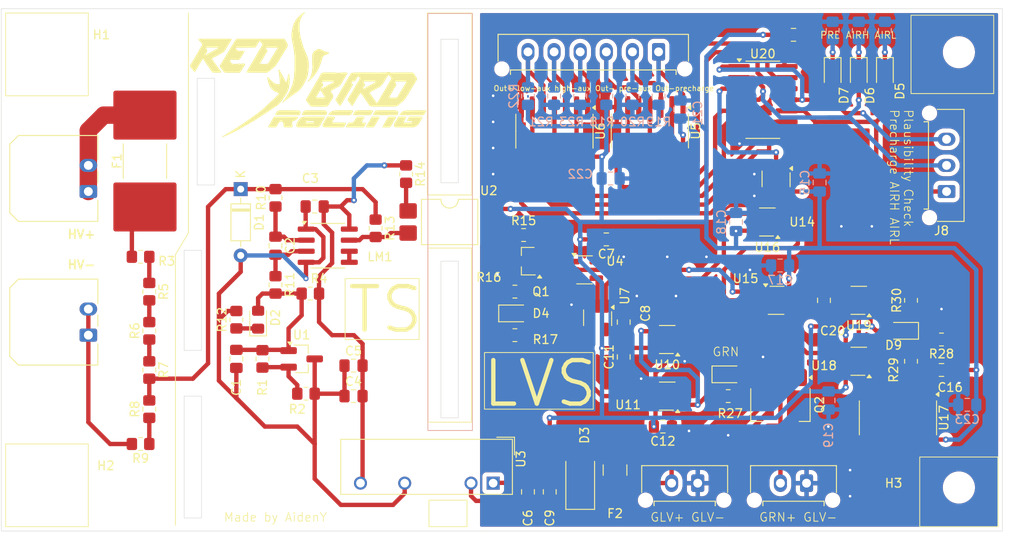
<source format=kicad_pcb>
(kicad_pcb (version 20241229) (generator "pcbnew") (generator_version "9.0")
  (layers (0 "F.Cu" signal) (2 "B.Cu" signal) (13 "F.Paste" user) (15 "B.Paste" user) (5 "F.SilkS" user "F.Silkscreen") (7 "B.SilkS" user "B.Silkscreen") (1 "F.Mask" user) (3 "B.Mask" user) (25 "Edge.Cuts" user))
  (net 0 "")
  (net 1 "+12V")
  (net 2 "/Vref")
  (net 3 "Net-(LM1-+)")
  (net 4 "Net-(LM1--)")
  (net 5 "Net-(R5-Pad2)")
  (net 6 "/Vin")
  (net 7 "GND")
  (net 8 "Net-(R6-Pad1)")
  (net 9 "Net-(R8-Pad1)")
  (net 10 "VCC")
  (net 11 "GLV-")
  (net 12 "GLV+")
  (net 13 "Net-(F1-Pad1)")
  (net 14 "Out +")
  (net 15 "Out Precharge")
  (net 16 "Out -")
  (net 17 "/GRN+")
  (net 18 "Net-(LM1-BAL)")
  (net 19 "Net-(LM1-Pad7)")
  (net 20 "Net-(Q1-G)")
  (net 21 "Net-(D2-K)")
  (net 22 "Net-(D5-K)")
  (net 23 "Net-(R3-Pad2)")
  (net 24 "TS RESET")
  (net 25 "AIRL Check")
  (net 26 "Net-(D6-K)")
  (net 27 "AIRH Check")
  (net 28 "Net-(J1-Pin_1)")
  (net 29 "/-HV")
  (net 30 "Net-(C16-Pad2)")
  (net 31 "Net-(D7-K)")
  (net 32 "Net-(D8-K)")
  (net 33 "Precharge Check")
  (net 34 "Net-(D9-K)")
  (net 35 "Net-(D4-K)")
  (net 36 "Net-(D8-A)")
  (net 37 "RESET")
  (net 38 "Net-(U1-REF)")
  (net 39 "Net-(R14-Pad2)")
  (net 40 "TS LOGIC")
  (net 41 "RELAY LOGIC")
  (net 42 "high aux")
  (net 43 "pre aux")
  (net 44 "low aux")
  (net 45 "RELAY RESET")
  (net 46 "Net-(U17-Pad4)")
  (net 47 "Net-(U17-Pad2)")
  (net 48 "Net-(U11-Pad2)")
  (net 49 "Net-(U10-Pad2)")
  (net 50 "Net-(U15-Pad4)")
  (net 51 "Net-(U18-Pad2)")
  (net 52 "Net-(D3-A)")
  (net 53 "Net-(U5-Pad11)")
  (net 54 "Net-(U5-Pad13)")
  (net 55 "Net-(U6-Pad13)")
  (net 56 "Net-(U6-Pad11)")
  (net 57 "Net-(U5-Pad6)")
  (net 58 "Net-(U6-Pad6)")
  (net 59 "Net-(J3-Pin_4)")
  (net 60 "Net-(J3-Pin_3)")
  (net 61 "Net-(J3-Pin_1)")
  (net 62 "Net-(J3-Pin_2)")
  (net 63 "Net-(J3-Pin_5)")
  (net 64 "Net-(J3-Pin_6)")
  (net 65 "Net-(U14-Pad2)")
  (footprint "Package_TO_SOT_SMD:SOT-23-5_HandSoldering" (layer "F.Cu") (at 155 93.5 180)
    (property "Reference" "U18")
    (property "Value" "BU4S01G2")
  )
  (footprint "Package_TO_SOT_SMD:SOT-223-3_TabPin2" (layer "F.Cu") (at 146 98.5 -90)
    (property "Reference" "Q2")
    (property "Value" "NCE60P04R")
  )
  (footprint "Capacitor_SMD:C_0805_2012Metric_Pad1.18x1.45mm_HandSolder" (layer "F.Cu") (at 83.5 93.225 -90)
    (property "Reference" "C1")
    (property "Value" "0.1uF")
  )
  (footprint "LED_SMD:LED_0805_2012Metric_Pad1.15x1.40mm_HandSolder" (layer "F.Cu") (at 155 60.475 -90)
    (property "Reference" "D6")
    (property "Value" "LED")
  )
  (footprint "Resistor_SMD:R_0805_2012Metric_Pad1.20x1.40mm_HandSolder" (layer "F.Cu") (at 161 86.5 90)
    (property "Reference" "R30")
    (property "Value" "1k")
  )
  (footprint "Resistor_SMD:R_0805_2012Metric_Pad1.20x1.40mm_HandSolder" (layer "F.Cu") (at 73.5 90 90)
    (property "Reference" "R6")
    (property "Value" "249k")
  )
  (footprint "Capacitor_SMD:C_0805_2012Metric_Pad1.18x1.45mm_HandSolder" (layer "F.Cu") (at 164.5 94.5 180)
    (property "Reference" "C16")
    (property "Value" "0.1uF")
  )
  (footprint "Resistor_SMD:R_0805_2012Metric_Pad1.20x1.40mm_HandSolder" (layer "F.Cu") (at 161 93.5 90)
    (property "Reference" "R29")
    (property "Value" "100k")
  )
  (footprint "Package_TO_SOT_SMD:SOT-23-5_HandSoldering" (layer "F.Cu") (at 145.5 72.5475 -90)
    (property "Reference" "U14")
    (property "Value" "BUS4S71G2")
  )
  (footprint "Capacitor_SMD:C_0805_2012Metric_Pad1.18x1.45mm_HandSolder" (layer "F.Cu") (at 132.5 101 180)
    (property "Reference" "C12")
    (property "Value" "0.1uF")
  )
  (footprint "Resistor_SMD:R_0805_2012Metric_Pad1.20x1.40mm_HandSolder" (layer "F.Cu") (at 92 85.725)
    (property "Reference" "R4")
    (property "Value" "2k2")
  )
  (footprint "Capacitor_SMD:C_0805_2012Metric_Pad1.18x1.45mm_HandSolder" (layer "F.Cu") (at 128 93 90)
    (property "Reference" "C11")
    (property "Value" "0.1uF")
  )
  (footprint "Package_TO_SOT_SMD:SOT-23-5_HandSoldering" (layer "F.Cu") (at 133 91 180)
    (property "Reference" "U10")
    (property "Value" "BU4S01G2")
  )
  (footprint "LED_SMD:LED_0805_2012Metric_Pad1.15x1.40mm_HandSolder" (layer "F.Cu") (at 158 60.475 -90)
    (property "Reference" "D5")
    (property "Value" "LED")
  )
  (footprint "Resistor_SMD:R_0805_2012Metric_Pad1.20x1.40mm_HandSolder" (layer "F.Cu") (at 88 74.725 90)
    (property "Reference" "R10")
    (property "Value" "100")
  )
  (footprint "to be sorted:SOIC-14_3.9x8.7mm_P1.27mm_extendedpad" (layer "F.Cu") (at 131 67.0425 -90)
    (property "Reference" "U5")
    (property "Value" "40106")
  )
  (footprint "Capacitor_SMD:C_0805_2012Metric_Pad1.18x1.45mm_HandSolder" (layer "F.Cu") (at 96.9625 97.5)
    (property "Reference" "C4")
    (property "Value" "1uF")
  )
  (footprint "Resistor_SMD:R_0805_2012Metric_Pad1.20x1.40mm_HandSolder" (layer "F.Cu") (at 88 84.725 -90)
    (property "Reference" "R11")
    (property "Value" "100")
  )
  (footprint "Resistor_SMD:R_0805_2012Metric_Pad1.20x1.40mm_HandSolder" (layer "F.Cu") (at 86.5 93.225 -90)
    (property "Reference" "R1")
    (property "Value" "2k")
  )
  (footprint "LED_SMD:LED_0805_2012Metric_Pad1.15x1.40mm_HandSolder" (layer "F.Cu") (at 115.5 88)
    (property "Reference" "D4")
    (property "Value" "LED")
  )
  (footprint "Capacitor_SMD:C_0805_2012Metric_Pad1.18x1.45mm_HandSolder" (layer "F.Cu") (at 147.5 56 180)
    (property "Reference" "C24" (hide yes))
    (property "Value" "0.1uF")
  )
  (footprint "Connector_Molex:Molex_Micro-Fit_3.0_43650-0315_1x03_P3.00mm_Vertical" (layer "F.Cu") (at 165.085 74 90)
    (property "Reference" "J8")
    (property "Value" "Conn_01x03")
  )
  (footprint "Resistor_SMD:R_0805_2012Metric_Pad1.20x1.40mm_HandSolder" (layer "F.Cu") (at 99.5 78.225 -90)
    (property "Reference" "R13")
    (property "Value" "1M")
  )
  (footprint "Diode_THT:D_DO-35_SOD27_P7.62mm_Horizontal" (layer "F.Cu") (at 84 73.725 -90)
    (property "Reference" "D1")
    (property "Value" "12V")
  )
  (footprint "Capacitor_SMD:C_0805_2012Metric_Pad1.18x1.45mm_HandSolder" (layer "F.Cu") (at 88 80.225 -90)
    (property "Reference" "C2")
    (property "Value" "10n")
  )
  (footprint "Capacitor_SMD:C_0805_2012Metric_Pad1.18x1.45mm_HandSolder" (layer "F.Cu") (at 151 86.5 -90)
    (property "Reference" "C20")
    (property "Value" "0.1uF")
  )
  (footprint "MountingHole:MountingHole_3.2mm_M3" (layer "F.Cu") (at 166.5 108)
    (property "Reference" "H3")
    (property "Value" "MountingHole")
  )
  (footprint "Connector_Molex:Molex_Micro-Fit_3.0_43650-0215_1x02_P3.00mm_Vertical" (layer "F.Cu") (at 136.5 107.5 180)
    (property "Reference" "J7" (hide yes))
    (property "Value" "Conn_01x02_Pin")
  )
  (footprint "Resistor_SMD:R_0805_2012Metric_Pad1.20x1.40mm_HandSolder" (layer "F.Cu") (at 91.5 97.225)
    (property "Reference" "R2")
    (property "Value" "10k")
  )
  (footprint "Package_DIP:SMDIP-4_W9.53mm" (layer "F.Cu") (at 108 77.5)
    (property "Reference" "U2")
    (property "Value" "LTV-817S")
  )
  (footprint "Package_TO_SOT_SMD:SOT-23-5_HandSoldering" (layer "F.Cu") (at 145.5 86.5)
    (property "Reference" "U15")
    (property "Value" "BUS4S71G2")
  )
  (footprint "Package_TO_SOT_SMD:SOT-23-5_HandSoldering" (layer "F.Cu") (at 125 88.5 -90)
    (property "Reference" "U7")
    (property "Value" "BU4S81G2")
  )
  (footprint "LED_SMD:LED_0805_2012Metric_Pad1.15x1.40mm_HandSolder" (layer "F.Cu") (at 152 60.475 -90)
    (property "Reference" "D7")
    (property "Value" "LED")
  )
  (footprint "Resistor_SMD:R_0805_2012Metric_Pad1.20x1.40mm_HandSolder" (layer "F.Cu") (at 115.5 90.5)
    (property "Reference" "R17")
    (property "Value" "1k")
  )
  (footprint "Resistor_SMD:R_0805_2012Metric_Pad1.20x1.40mm_HandSolder" (layer "F.Cu") (at 140 97.5)
    (property "Reference" "R27")
    (property "Value" "1k")
  )
  (footprint "Fuse:Fuse_Littelfuse-NANO2-885" (layer "F.Cu") (at 73 70.5 90)
    (property "Reference" "F1")
    (property "Value" "Fuse")
  )
  (footprint "to be sorted:SOIC-14_3.9x8.7mm_P1.27mm_extendedpad" (layer "F.Cu") (at 120.04 67.0675 -90)
    (property "Reference" "U6")
    (property "Value" "40106")
  )
  (footprint "Resistor_SMD:R_0805_2012Metric_Pad1.20x1.40mm_HandSolder" (layer "F.Cu") (at 164.5 91 180)
    (property "Reference" "R28")
    (property "Value" "10k")
  )
  (footprint "LED_SMD:LED_0805_2012Metric_Pad1.15x1.40mm_HandSolder" (layer "F.Cu") (at 160 90 180)
    (property "Reference" "D9")
    (property "Value" "LED")
  )
  (footprint "MountingHole:MountingHole_3.2mm_M3" (layer "F.Cu") (at 166.5 58)
    (property "Reference" "H4" (hide yes))
    (property "Value" "MountingHole")
  )
  (footprint "Capacitor_SMD:C_0805_2012Metric_Pad1.18x1.45mm_HandSolder" (layer "F.Cu") (at 117 108.5 90)
    (property "Reference" "C6")
    (property "Value" "2.2uF")
  )
  (footprint "Capacitor_SMD:C_0805_2012Metric_Pad1.18x1.45mm_HandSolder" (layer "F.Cu") (at 128 89 -90)
    (property "Reference" "C8")
    (property "Value" "0.1uF")
  )
  (footprint "Connector_Molex:Molex_Micro-Fit_3.0_43650-0200_1x02_P3.00mm_Horizontal" (layer "F.Cu") (at 66.5 90.5 90)
    (property "Reference" "J2" (hide yes))
    (property "Value" "Conn_01x02_Pin")
  )
  (footprint "Package_TO_SOT_SMD:SOT-23-5_HandSoldering" (layer "F.Cu") (at 155 86.5 180)
    (property "Reference" "U19")
    (property "Value" "BU4S01G2")
  )
  (footprint "Resistor_SMD:R_0805_2012Metric_Pad1.20x1.40mm_HandSolder" (layer "F.Cu") (at 73.5 94.5 -90)
    (property "Reference" "R7")
    (property "Value" "249k")
  )
  (footprint "to be sorted:SOIC-14_3.9x8.7mm_P1.27mm_extendedpad" (layer "F.Cu") (at 159.5 100 -90)
    (property "Reference" "U17")
    (property "Value" "40106")
  )
  (footprint "Connector_Molex:Molex_Micro-Fit_3.0_43650-0215_1x02_P3.00mm_Vertical" (layer "F.Cu") (at 149 107.5 180)
    (property "Reference" "J6" (hide yes))
    (property "Value" "Conn_01x02_Pin")
  )
  (footprint "footprints:Converter_DCDC_F1212" (layer "F.Cu") (at 113 107.5 -90)
    (property "Reference" "U3")
    (property "Value" "B1212")
  )
  (footprint "MountingHole:MountingHole_3.2mm_M3" (layer "F.Cu") (at 61.5 58)
    (property "Reference" "H1")
    (property "Value" "MountingHole")
  )
  (footprint "Fuse:Fuse_1210_3225Metric_Pad1.42x2.65mm_HandSolder" (layer "F.Cu") (at 127 106 90)
    (property "Reference" "F2")
    (property "Value" "Fuse")
  )
  (footprint "Resistor_SMD:R_0805_2012Metric_Pad1.20x1.40mm_HandSolder" (layer "F.Cu") (at 73.5 85.5 -90)
    (property "Reference" "R5")
    (property "Value" "249k")
  )
  (footprint "Resistor_SMD:R_0805_2012Metric_Pad1.20x1.40mm_HandSolder" (layer "F.Cu") (at 103 72 -90)
    (property "Reference" "R14")
    (property "Value" "2k2")
  )
  (footprint "Resistor_SMD:R_0805_2012Metric_Pad1.20x1.40mm_HandSolder" (layer "F.Cu") (at 72.5 103 180)
    (property "Reference" "R9")
    (property "Value" "1k")
  )
  (footprint "Resistor_SMD:R_0805_2012Metric_Pad1.20x1.40mm_HandSolder" (layer "F.Cu") (at 83.5 88.725 90)
    (property "Reference" "R12")
    (property "Value" "1k")
  )
  (footprint "Package_TO_SOT_SMD:SOT-23-5_HandSoldering" (layer "F.Cu") (at 123.5 83)
    (property "Reference" "U4")
    (property "Value" "BU4SU69G2")
  )
  (footprint "Capacitor_SMD:C_0805_2012Metric_Pad1.18x1.45mm_HandSolder" (layer "F.Cu") (at 96.9625 94)
    (property "Reference" "C5")
    (property "Value" "0.1uF")
  )
  (footprint "Package_TO_SOT_SMD:SOT-23-5_HandSoldering" (layer "F.Cu") (at 144.5 77.5 180)
    (property "Reference" "U16")
    (property "Value" "BU4SU69G2" (hide yes))
  )
  (footprint "Resistor_SMD:R_0805_2012Metric_Pad1.20x1.40mm_HandSolder" (layer "F.Cu") (at 72.5 81.5)
    (property "Reference" "R3")
    (property "Value" "249k")
  )
  (footprint "Resistor_SMD:R_0805_2012Metric_Pad1.20x1.40mm_HandSolder" (layer "F.Cu") (at 116.5 79)
    (property "Reference" "R15")
    (property "Value" "10k")
  )
  (footprint "Package_TO_SOT_SMD:SOT-23-5_HandSoldering" (layer "F.Cu") (at 133 97.5 180)
    (property "Reference" "U11")
    (property "Value" "BU4S01G2")
  )
  (footprint "Capacitor_SMD:C_0805_2012Metric_Pad1.18x1.45mm_HandSolder" (layer "F.Cu") (at 119.5 108.5 90)
    (property "Reference" "C9")
    (property "Value" "100nF")
  )
  (footprint "Material:29x15" (layer "F.Cu") (at 92 60.5)
    (property "Reference" "G***" (hide yes))
    (property "Value" "LOGO" (hide yes))
  )
  (footprint "LED_SMD:LED_0805_2012Metric_Pad1.15x1.40mm_HandSolder" (layer "F.Cu") (at 86 88.725 90)
    (property "Reference" "D2")
    (property "Value" "LED")
  )
  (footprint "Connector_Molex:Molex_Micro-Fit_3.0_43650-0615_1x06_P3.00mm_Vertical" (layer "F.Cu") (at 132 57.9575 180)
    (property "Reference" "J3" (hide yes))
    (property "Value" "Conn_01x06_Pin")
  )
  (footprint "Diode_SMD:D_SMA" (layer "F.Cu") (at 123 107 90)
    (property "Reference" "D3")
    (property "Value" "D")
  )
  (footprint "Package_TO_SOT_SMD:SOT-23_Handsoldering" (layer "F.Cu") (at 91 93.225)
    (property "Reference" "U1")
    (property "Value" "TL431DBZ")
  )
  (footprint "LED_SMD:LED_0805_2012Metric_Pad1.15x1.40mm_HandSolder" (layer "F.Cu") (at 140 95)
    (property "Reference" "D8" (hide yes))
    (property "Value" "LED")
  )
  (footprint "Package_SO:SOIC-8_3.9x4.9mm_P1.27mm" (layer "F.Cu") (at 94 80.225)
    (property "Reference" "LM1")
    (property "Value" "LM311")
  )
  (footprint "MountingHole:MountingHole_3.2mm_M3" (layer "F.Cu") (at 61.5 108)
    (property "Reference" "H2")
    (property "Value" "MountingHole")
  )
  (footprint "Capacitor_SMD:C_0805_2012Metric_Pad1.18x1.45mm_HandSolder" (layer "F.Cu") (at 126 79.5 180)
    (property "Reference" "C7")
    (property "Value" "0.1uF")
  )
  (footprint "Package_TO_SOT_SMD:SOT-23_Handsoldering" (layer "F.Cu") (at 117 82 180)
    (property "Reference" "Q1")
    (property "Value" "2N7002")
  )
  (footprint "Capacitor_SMD:C_0805_2012Metric_Pad1.18x1.45mm_HandSolder" (layer "F.Cu") (at 92.5 75.725 180)
    (property "Reference" "C3")
    (property "Value" "100n")
  )
  (footprint "Resistor_SMD:R_0805_2012Metric_Pad1.20x1.40mm_HandSolder" (layer "F.Cu") (at 73.5 99 90)
    (property "Reference" "R8")
    (property "Value" "25k")
  )
  (footprint "to be sorted:SOIC-14_3.9x8.7mm_P1.27mm_extendedpad" (layer "F.Cu") (at 143.975 63.46)
    (property "Reference" "U20")
    (property "Value" "4071")
  )
  (footprint "Resistor_SMD:R_0805_2012Metric_Pad1.20x1.40mm_HandSolder" (layer "F.Cu") (at 115.5 85.5)
    (property "Reference" "R16")
    (property "Value" "22k")
  )
  (footprint "Connector_Molex:Molex_Micro-Fit_3.0_43650-0200_1x02_P3.00mm_Horizontal" (layer "F.Cu") (at 66.5 74 90)
    (property "Reference" "J1" (hide yes))
    (property "Value" "Conn_01x02_Pin")
  )
  (footprint "Resistor_SMD:R_0805_2012Metric_Pad1.20x1.40mm_HandSolder" (layer "B.Cu") (at 117 63.0425 -90)
    (property "Reference" "R22")
    (property "Value" "10k")
  )
  (footprint "Capacitor_SMD:C_0805_2012Metric_Pad1.18x1.45mm_HandSolder" (layer "B.Cu") (at 167.4625 98.5)
    (property "Reference" "C23")
    (property "Value" "0.1uF")
  )
  (footprint "Resistor_SMD:R_0805_2012Metric_Pad1.20x1.40mm_HandSolder" (layer "B.Cu") (at 158 55.5 90)
    (property "Reference" "R25" (hide yes))
    (property "Value" "1k")
  )
  (footprint "Resistor_SMD:R_0805_2012Metric_Pad1.20x1.40mm_HandSolder" (layer "B.Cu") (at 132 63.0425 -90)
    (property "Reference" "R19")
    (property "Value" "10k")
  )
  (footprint "Capacitor_SMD:C_0805_2012Metric_Pad1.18x1.45mm_HandSolder" (layer "B.Cu") (at 134.5 64.5825 -90)
    (property "Reference" "C21")
    (property "Value" "0.1uF")
  )
  (footprint "Capacitor_SMD:C_0805_2012Metric_Pad1.18x1.45mm_HandSolder" (layer "B.Cu") (at 126.5 72.5 180)
    (property "Reference" "C22")
    (property "Value" "0.1uF")
  )
  (footprint "Resistor_SMD:R_0805_2012Metric_Pad1.20x1.40mm_HandSolder" (layer "B.Cu") (at 123 63.0425 -90)
    (property "Reference" "R23")
    (property "Value" "10k")
  )
  (footprint "Capacitor_SMD:C_0805_2012Metric_Pad1.18x1.45mm_HandSolder" (layer "B.Cu") (at 150.5 72.9625 -90)
    (property "Reference" "C15")
    (property "Value" "0.1uF")
  )
  (footprint "Capacitor_SMD:C_0805_2012Metric_Pad1.18x1.45mm_HandSolder" (layer "B.Cu") (at 151.52325 98 90)
    (property "Reference" "C19")
    (property "Value" "0.1uF")
  )
  (footprint "Capacitor_SMD:C_0805_2012Metric_Pad1.18x1.45mm_HandSolder" (layer "B.Cu") (at 140.9 77.5 -90)
    (property "Reference" "C18")
    (property "Value" "0.1uF")
  )
  (footprint "Resistor_SMD:R_0805_2012Metric_Pad1.20x1.40mm_HandSolder" (layer "B.Cu") (at 152 55.5 90)
    (property "Reference" "R26" (hide yes))
    (property "Value" "1k")
  )
  (footprint "Resistor_SMD:R_0805_2012Metric_Pad1.20x1.40mm_HandSolder" (layer "B.Cu") (at 129 63.0425 -90)
    (property "Reference" "R20")
    (property "Value" "10k")
  )
  (footprint "Capacitor_SMD:C_0805_2012Metric_Pad1.18x1.45mm_HandSolder" (layer "B.Cu") (at 145.9625 82.5)
    (property "Reference" "C17")
    (property "Value" "0.1uF")
  )
  (footprint "Resistor_SMD:R_0805_2012Metric_Pad1.20x1.40mm_HandSolder" (layer "B.Cu") (at 155 55.5 90)
    (property "Reference" "R24" (hide yes))
    (property "Value" "1k")
  )
  (footprint "Resistor_SMD:R_0805_2012Metric_Pad1.20x1.40mm_HandSolder" (layer "B.Cu") (at 126 63.0425 -90)
    (property "Reference" "R18")
    (property "Value" "10k")
  )
  (footprint "Resistor_SMD:R_0805_2012Metric_Pad1.20x1.40mm_HandSolder" (layer "B.Cu") (at 120 63.0425 -90)
    (property "Reference" "R21")
    (property "Value" "10k")
  )
  (gr_rect (start 162 104.5) (end 171 112.5) (stroke (width 0.1)) (fill no) (layer "F.SilkS"))
  (gr_rect (start 161 53.75) (end 170.5 62.75) (stroke (width 0.1)) (fill no) (layer "F.SilkS"))
  (gr_rect (start 105.44125 53.5) (end 110.55875 74.4) (stroke (width 0.1)) (fill no) (layer "F.SilkS"))
  (gr_line (start 76.5 81.25) (end 76.5 112.333333) (stroke (width 0.1)) (layer "F.SilkS"))
  (gr_line (start 78 53.5) (end 78 78.75) (stroke (width 0.1)) (layer "F.SilkS"))
  (gr_line (start 78 78.75) (end 76.5 81.25) (stroke (width 0.1)) (layer "F.SilkS"))
  (gr_rect (start 105.5 80.5) (end 110.5 100.5) (stroke (width 0.1)) (fill no) (layer "F.SilkS"))
  (gr_rect (start 105.625 109.46) (end 110 112.5) (stroke (width 0.1)) (fill no) (layer "F.SilkS"))
  (gr_rect (start 112 92.5) (end 124.5 99) (stroke (width 0.1)) (fill no) (layer "F.SilkS"))
  (gr_rect (start 57 53.5) (end 66.5 63) (stroke (width 0.1)) (fill no) (layer "F.SilkS"))
  (gr_rect (start 57 103) (end 66.5 112.5) (stroke (width 0.1)) (fill no) (layer "F.SilkS"))
  (gr_rect (start 96 84) (end 104.5 91) (stroke (width 0.1)) (fill no) (layer "F.SilkS"))
  (gr_rect (start 105.5 53.55) (end 110.6175 101.45) (stroke (width 0.1)) (fill no) (layer "B.SilkS"))
  (gr_rect (start 107 56.5) (end 109 73) (stroke (width 0.05)) (fill no) (layer "Edge.Cuts"))
  (gr_rect (start 77.5 80.75) (end 79.5 92.25) (stroke (width 0.05)) (fill no) (layer "Edge.Cuts"))
  (gr_rect (start 77.5 97.5) (end 79.5 111.5) (stroke (width 0.05)) (fill no) (layer "Edge.Cuts"))
  (gr_rect (start 107 82) (end 109 100) (stroke (width 0.05)) (fill no) (layer "Edge.Cuts"))
  (gr_rect (start 79 61) (end 81 73.25) (stroke (width 0.05)) (fill no) (layer "Edge.Cuts"))
  (gr_rect (start 56.5 53) (end 171.5 113) (stroke (width 0.05)) (fill no) (layer "Edge.Cuts"))
  (gr_text "Made by AidenY" (at 82 112 0) (layer "F.SilkS") (effects (font (size 1 1) (thickness 0.1)) (justify left bottom)))
  (gr_text "Out+ low-aux high-aux Out- pre-aux Out-precharge" (at 113 62.5 0) (layer "F.SilkS") (effects (font (size 0.6 0.6) (thickness 0.1)) (justify left bottom)))
  (gr_text "TS" (at 96 90.5 0) (layer "F.SilkS") (effects (font (size 5 5) (thickness 0.5)) (justify left bottom)))
  (gr_text "HV+" (at 64 79.5 0) (layer "F.SilkS") (effects (font (size 1 1) (thickness 0.2) (bold yes)) (justify left bottom)))
  (gr_text "GLV+ GLV-" (at 131 112 0) (layer "F.SilkS") (effects (font (size 1 1) (thickness 0.1)) (justify left bottom)))
  (gr_text "LVS" (at 111.5 99 0) (layer "F.SilkS") (effects (font (size 5 5) (thickness 0.5)) (justify left bottom)))
  (gr_text "PRE AIRH AIRL" (at 150.5 56.5 0) (layer "F.SilkS") (effects (font (size 0.8 0.8) (thickness 0.1)) (justify left bottom)))
  (gr_text "HV-" (at 64 83 0) (layer "F.SilkS") (effects (font (size 1 1) (thickness 0.2) (bold yes)) (justify left bottom)))
  (gr_text "GRN" (at 138.14 93 0) (layer "F.SilkS") (effects (font (size 1 1) (thickness 0.1)) (justify left bottom)))
  (gr_text "Plausibility Check\nPrecharge AIRH AIRL" (at 158.5 64.5 270) (layer "F.SilkS") (effects (font (size 1 1) (thickness 0.1)) (justify left bottom)))
  (gr_text "GRN+ GLV-" (at 143.5 112 0) (layer "F.SilkS") (effects (font (size 1 1) (thickness 0.1)) (justify left bottom)))
  (segment (start 117 63) (end 117 63.1415) (width 0.2) (layer "B.Cu") (net 0))
  (segment (start 96.475 76.7) (end 96.475 78.32) (width 0.5) (layer "F.Cu") (net 1))
  (segment (start 98 91.5) (end 98 94) (width 0.5) (layer "F.Cu") (net 1))
  (segment (start 93.5375 75.725) (end 93.5375 77.7625) (width 0.5) (layer "F.Cu") (net 1))
  (segment (start 98 97.5) (end 98 107.26) (width 0.5) (layer "F.Cu") (net 1))
  (segment (start 100.5 71) (end 103 71) (width 0.5) (layer "F.Cu") (net 1))
  (segment (start 93.5375 75.725) (end 95.5 75.725) (width 0.5) (layer "F.Cu") (net 1))
  (segment (start 93.5375 77.7625) (end 94.5 78.725) (width 0.5) (layer "F.Cu") (net 1))
  (segment (start 95.5 75.725) (end 96.475 76.7) (width 0.5) (layer "F.Cu") (net 1))
  (segment (start 94.5 82.225) (end 93 83.725) (width 0.5) (layer "F.Cu") (net 1))
  (segment (start 94.5 90.5) (end 97 90.5) (width 0.5) (layer "F.Cu") (net 1))
  (segment (start 97 90.5) (end 98 91.5) (width 0.5) (layer "F.Cu") (net 1))
  (segment (start 98 94) (end 98 97.5) (width 0.5) (layer "F.Cu") (net 1))
  (segment (start 96.225 75) (end 97 75) (width 0.5) (layer "F.Cu") (net 1))
  (segment (start 93 83.725) (end 93 85.725) (width 0.5) (layer "F.Cu") (net 1))
  (segment (start 93 89) (end 94.5 90.5) (width 0.5) (layer "F.Cu") (net 1))
  (segment (start 93 85.725) (end 93 89) (width 0.5) (layer "F.Cu") (net 1))
  (segment (start 95.5 75.725) (end 96.225 75) (width 0.5) (layer "F.Cu") (net 1))
  (segment (start 98 107.26) (end 97.76 107.5) (width 0.5) (layer "F.Cu") (net 1))
  (segment (start 94.5 78.725) (end 94.5 82.225) (width 0.5) (layer "F.Cu") (net 1))
  (via (at 100.5 71) (size 0.7) (drill 0.3) (layers "F.Cu" "B.Cu") (net 1))
  (via (at 97 75) (size 0.7) (drill 0.3) (layers "F.Cu" "B.Cu") (net 1))
  (segment (start 97 72.5) (end 98.5 71) (width 0.5) (layer "B.Cu") (net 1))
  (segment (start 97 75) (end 97 72.5) (width 0.5) (layer "B.Cu") (net 1))
  (segment (start 98.5 71) (end 100.5 71) (width 0.5) (layer "B.Cu") (net 1))
  (segment (start 86.5 85.725) (end 86 86.225) (width 0.5) (layer "F.Cu") (net 2))
  (segment (start 88 85.725) (end 91 85.725) (width 0.5) (layer "F.Cu") (net 2))
  (segment (start 91 88.225) (end 89.5 89.725) (width 0.5) (layer "F.Cu") (net 2))
  (segment (start 88 85.725) (end 86.5 85.725) (width 0.5) (layer "F.Cu") (net 2))
  (segment (start 89.4125 92.1875) (end 89.5 92.275) (width 0.5) (layer "F.Cu") (net 2))
  (segment (start 86 86.225) (end 86 87.7) (width 0.5) (layer "F.Cu") (net 2))
  (segment (start 89.5 89.725) (end 89.5 92.275) (width 0.5) (layer "F.Cu") (net 2))
  (segment (start 91 85.725) (end 91 88.225) (width 0.5) (layer "F.Cu") (net 2))
  (segment (start 83.5 92.1875) (end 89.4125 92.1875) (width 0.5) (layer "F.Cu") (net 2))
  (segment (start 89.365 79.59) (end 91.525 79.59) (width 0.5) (layer "F.Cu") (net 3))
  (segment (start 88 79.1875) (end 88 75.725) (width 0.5) (layer "F.Cu") (net 3))
  (segment (start 88.9625 79.1875) (end 89.365 79.59) (width 0.5) (layer "F.Cu") (net 3))
  (segment (start 88 79.1875) (end 88.9625 79.1875) (width 0.5) (layer "F.Cu") (net 3))
  (segment (start 91.525 80.86) (end 89.865 80.86) (width 0.5) (layer "F.Cu") (net 4))
  (segment (start 88 83.725) (end 88 81.2625) (width 0.5) (layer "F.Cu") (net 4))
  (segment (start 89.4625 81.2625) (end 88 81.2625) (width 0.5) (layer "F.Cu") (net 4))
  (segment (start 89.865 80.86) (end 89.4625 81.2625) (width 0.5) (layer "F.Cu") (net 4))
  (segment (start 73.5 86.5) (end 73.5 89) (width 0.5) (layer "F.Cu") (net 5))
  (segment (start 84 73.725) (end 82.275 73.725) (width 0.5) (layer "F.Cu") (net 6))
  (segment (start 84 73.725) (end 88 73.725) (width 0.5) (layer "F.Cu") (net 6))
  (segment (start 73.5 95.5) (end 73.5 98) (width 0.5) (layer "F.Cu") (net 6))
  (segment (start 98 73.725) (end 99.5 75.225) (width 0.5) (layer "F.Cu") (net 6))
  (segment (start 88 73.725) (end 98 73.725) (width 0.5) (layer "F.Cu") (net 6))
  (segment (start 78.5 95.5) (end 73.5 95.5) (width 0.5) (layer "F.Cu") (net 6))
  (segment (start 82.275 73.725) (end 80.251 75.749) (width 0.5) (layer "F.Cu") (net 6))
  (segment (start 80.251 75.749) (end 80.251 93.749) (width 0.5) (layer "F.Cu") (net 6))
  (segment (start 99.5 75.225) (end 99.5 77.225) (width 0.5) (layer "F.Cu") (net 6))
  (segment (start 80.251 93.749) (end 78.5 95.5) (width 0.5) (layer "F.Cu") (net 6))
  (segment (start 81.5 88.725) (end 82.5 87.725) (width 0.5) (layer "F.Cu") (net 7))
  (segment (start 93.5 79.225) (end 93.5 81.63) (width 0.5) (layer "F.Cu") (net 7))
  (segment (start 92.5 97.225) (end 95.65 97.225) (width 0.5) (layer "F.Cu") (net 7))
  (segment (start 102.84 108.66) (end 102.84 107.5) (width 0.5) (layer "F.Cu") (net 7))
  (segment (start 92.5 97.225) (end 92.5 103) (width 0.5) (layer "F.Cu") (net 7))
  (segment (start 84 83.225) (end 84 81.345) (width 0.5) (layer "F.Cu") (net 7))
  (segment (start 90.5 101) (end 92.5 103) (width 0.5) (layer "F.Cu") (net 7))
  (segment (start 83.5 97.725) (end 83.75 97.975) (width 0.5) (layer "F.Cu") (net 7))
  (segment (start 101.5 110) (end 102.84 108.66) (width 0.5) (layer "F.Cu") (net 7))
  (segment (start 91.525 82.13) (end 93 82.13) (width 0.5) (layer "F.Cu") (net 7))
  (segment (start 83.75 97.975) (end 86.775 101) (width 0.5) (layer "F.Cu") (net 7))
  (segment (start 95.925 94) (end 95.925 97.5) (width 0.5) (layer "F.Cu") (net 7))
  (segment (start 92.5 93.225) (end 92.5 97.225) (width 0.5) (layer "F.Cu") (net 7))
  (segment (start 91.4625 75.725) (end 91.4625 78.2575) (width 0.5) (layer "F.Cu") (net 7))
  (segment (start 91.4625 78.2575) (end 91.525 78.32) (width 0.5) (layer "F.Cu") (net 7))
  (segment (start 81.5 95.725) (end 81.5 88.725) (width 0.5) (layer "F.Cu") (net 7))
  (segment (start 92.5 103) (end 92.5 107) (width 0.5) (layer "F.Cu") (net 7))
  (segment (start 83.5 94.2625) (end 83.5 97.725) (width 0.5) (layer "F.Cu") (net 7))
  (segment (start 91.5 82.155) (end 91.525 82.13) (width 0.5) (layer "F.Cu") (net 7))
  (segment (start 92.595 78.32) (end 93.5 79.225) (width 0.5) (layer "F.Cu") (net 7))
  (segment (start 92.5 107) (end 95.5 110) (width 0.5) (layer "F.Cu") (net 7))
  (segment (start 91.5 84) (end 91.5 82.155) (width 0.5) (layer "F.Cu") (net 7))
  (segment (start 81.5 85.725) (end 84 83.225) (width 0.5) (layer "F.Cu") (net 7))
  (segment (start 83.75 97.975) (end 81.5 95.725) (width 0.5) (layer "F.Cu") (net 7))
  (segment (start 82.5 87.725) (end 83.5 87.725) (width 0.5) (layer "F.Cu") (net 7))
  (segment (start 91.525 78.32) (end 92.595 78.32) (width 0.5) (layer "F.Cu") (net 7))
  (segment (start 95.5 110) (end 101.5 110) (width 0.5) (layer "F.Cu") (net 7))
  (segment (start 93 82.13) (end 93.5 81.63) (width 0.5) (layer "F.Cu") (net 7))
  (segment (start 86.775 101) (end 90.5 101) (width 0.5) (layer "F.Cu") (net 7))
  (segment (start 95.65 97.225) (end 95.925 97.5) (width 0.5) (layer "F.Cu") (net 7))
  (segment (start 81.5 88.725) (end 81.5 85.725) (width 0.5) (layer "F.Cu") (net 7))
  (via (at 91.5 84) (size 0.6) (drill 0.3) (layers "F.Cu" "B.Cu") (net 7))
  (segment (start 88.845 81.345) (end 91.5 84) (width 0.5) (layer "B.Cu") (net 7))
  (segment (start 84 81.345) (end 88.845 81.345) (width 0.5) (layer "B.Cu") (net 7))
  (segment (start 73.5 91) (end 73.5 93.5) (width 0.5) (layer "F.Cu") (net 8))
  (segment (start 73.5 103) (end 73.5 100) (width 0.5) (layer "F.Cu") (net 9))
  (segment (start 119.9625 107.4625) (end 121.5 109) (width 0.5) (layer "F.Cu") (net 10))
  (segment (start 165.5375 94.5) (end 165.5375 91.0375) (width 0.5) (layer "F.Cu") (net 10))
  (segment (start 117 107.4625) (end 113.0375 107.4625) (width 0.5) (layer "F.Cu") (net 10))
  (segment (start 128 91.9625) (end 128 90.0375) (width 0.5) (layer "F.Cu") (net 10))
  (segment (start 125.0375 79.5) (end 125.0375 81.8625) (width 0.5) (layer "F.Cu") (net 10))
  (segment (start 149.5 89.5) (end 150.5 89.5) (width 0.5) (layer "F.Cu") (net 10))
  (segment (start 131.65 98.45) (end 131.65 100.8125) (width 0.5) (layer "F.Cu") (net 10))
  (segment (start 117 107.4625) (end 119.5 107.4625) (width 0.5) (layer "F.Cu") (net 10))
  (segment (start 153.5 96.5) (end 153.5 94.6) (width 0.5) (layer "F.Cu") (net 10))
  (segment (start 146.4625 56) (end 144 56) (width 0.5) (layer "F.Cu") (net 10))
  (segment (start 148.5 74) (end 146.5525 74) (width 0.5) (layer "F.Cu") (net 10))
  (segment (start 127.9625 92) (end 128 91.9625) (width 0.5) (layer "F.Cu") (net 10))
  (segment (start 153.5625 87.5375) (end 153.65 87.45) (width 0.5) (layer "F.Cu") (net 10))
  (segment (start 128 90.0375) (end 126.1375 90.0375) (width 0.5) (layer "F.Cu") (net 10))
  (segment (start 119.5 107.4625) (end 119.9625 107.4625) (width 0.5) (layer "F.Cu") (net 10))
  (segment (start 125.5 70) (end 124.3075 70) (width 0.5) (layer "F.Cu") (net 10))
  (segment (start 146.4625 56) (end 146.4625 59.6375) (width 0.5) (layer "F.Cu") (net 10))
  (segment (start 153.5 94.6) (end 153.65 94.45) (width 0.5) (layer "F.Cu") (net 10))
  (segment (start 134.81 67.5) (end 134.81 69.5175) (width 0.5) (layer "F.Cu") (net 10))
  (segment (start 151 87.5375) (end 153.5625 87.5375) (width 0.5) (layer "F.Cu") (net 10))
  (segment (start 140.9375 78.5) (end 140.9 78.5375) (width 0.5) (layer "F.Cu") (net 10))
  (segment (start 168.5 94.5) (end 165.5375 94.5) (width 0.5) (layer "F.Cu") (net 10))
  (segment (start 146.5525 74) (end 146.45 73.8975) (width 0.5) (layer "F.Cu") (net 10))
  (segment (start 150.5 89.5) (end 151 89) (width 0.5) (layer "F.Cu") (net 10))
  (segment (start 147 84) (end 147 85.4) (width 0.5) (layer "F.Cu") (net 10))
  (segment (start 119.5 107.4625) (end 119.5 103) (width 0.5) (layer "F.Cu") (net 10))
  (segment (start 128 91.9625) (end 131.6375 91.9625) (width 0.5) (layer "F.Cu") (net 10))
  (segment (start 126.1375 90.0375) (end 125.95 89.85) (width 0.5) (layer "F.Cu") (net 10))
  (segment (start 131.6375 91.9625) (end 131.65 91.95) (width 0.5) (layer "F.Cu") (net 10))
  (segment (start 121.5 109) (end 123 109) (width 0.5) (layer "F.Cu") (net 10))
  (segment (start 147 85.4) (end 146.85 85.55) (width 0.5) (layer "F.Cu") (net 10))
  (segment (start 112.995 76) (end 112.765 76.23) (width 0.5) (layer "F.Cu") (net 10))
  (segment (start 123 79.5) (end 124.9625 79.5) (width 0.5) (layer "F.Cu") (net 10))
  (segment (start 131.65 100.8125) (end 131.4625 101) (width 0.5) (layer "F.Cu") (net 10))
  (segment (start 115 76) (end 112.995 76) (width 0.5) (layer "F.Cu") (net 10))
  (segment (start 124.3075 70) (end 123.85 69.5425) (width 0.5) (layer "F.Cu") (net 10))
  (segment (start 165.5375 91.0375) (end 165.5 91) (width 0.5) (layer "F.Cu") (net 10))
  (segment (start 165 102.5) (end 163.335 102.5) (width 0.5) (layer "F.Cu") (net 10))
  (segment (start 113.0375 107.4625) (end 113 107.5) (width 0.5) (layer "F.Cu") (net 10))
  (segment (start 151 89) (end 151 87.5375) (width 0.5) (layer "F.Cu") (net 10))
  (segment (start 119.5 103) (end 119.5 100) (width 0.5) (layer "F.Cu") (net 10))
  (segment (start 143.1 78.5) (end 140.9375 78.5) (width 0.5) (layer "F.Cu") (net 10))
  (segment (start 125.5 92) (end 127.9625 92) (width 0.5) (layer "F.Cu") (net 10))
  (segment (start 125.0375 81.8625) (end 124.85 82.05) (width 0.5) (layer "F.Cu") (net 10))
  (segment (start 143.15 78.45) (end 143.1 78.5) (width 0.5) (layer "F.Cu") (net 10))
  (via (at 149.5 89.5) (size 0.7) (drill 0.3) (layers "F.Cu" "B.Cu") (net 10))
  (via (at 125.5 70) (size 0.7) (drill 0.3) (layers "F.Cu" "B.Cu") (net 10))
  (via (at 153.5 96.5) (size 0.7) (drill 0.3) (layers "F.Cu" "B.Cu") (net 10))
  (via (at 134.81 67.5) (size 0.7) (drill 0.3) (layers "F.Cu" "B.Cu") (net 10))
  (via (at 165 102.5) (size 0.7) (drill 0.3) (layers "F.Cu" "B.Cu") (net 10))
  (via (at 125.5 92) (size 0.7) (drill 0.3) (layers "F.Cu" "B.Cu") (net 10))
  (via (at 123 79.5) (size 0.7) (drill 0.3) (layers "F.Cu" "B.Cu") (net 10))
  (via (at 140.9 78.5375) (size 0.6) (drill 0.3) (layers "F.Cu" "B.Cu") (net 10))
  (via (at 168.5 94.5) (size 0.7) (drill 0.3) (layers "F.Cu" "B.Cu") (net 10))
  (via (at 147 84) (size 0.7) (drill 0.3) (layers "F.Cu" "B.Cu") (net 10))
  (via (at 115 76) (size 0.7) (drill 0.3) (layers "F.Cu" "B.Cu") (net 10))
  (via (at 144 56) (size 0.7) (drill 0.3) (layers "F.Cu" "B.Cu") (net 10))
  (via (at 131.4625 101) (size 0.6) (drill 0.3) (layers "F.Cu" "B.Cu") (net 10))
  (via (at 119.5 100) (size 0.7) (drill 0.3) (layers "F.Cu" "B.Cu") (net 10))
  (via (at 148.5 74) (size 0.7) (drill 0.3) (layers "F.Cu" "B.Cu") (net 10))
  (segment (start 168.4625 98.5) (end 168.4625 100.5375) (width 0.5) (layer "B.Cu") (net 10))
  (segment (start 131.5 66.5) (end 132 66) (width 0.5) (layer "B.Cu") (net 10))
  (segment (start 150.5 74) (end 150.5 80.5) (width 0.5) (layer "B.Cu") (net 10))
  (segment (start 149.5 96) (end 149.5 91.5) (width 0.5) (layer "B.Cu") (net 10))
  (segment (start 137.5 77.5) (end 137.5 79.3) (width 0.5) (layer "B.Cu") (net 10))
  (segment (start 123 77.6) (end 123 79.5) (width 0.5) (layer "B.Cu") (net 10))
  (segment (start 121.4 76) (end 123 77.6) (width 0.5) (layer "B.Cu") (net 10))
  (segment (start 150.5 74) (end 148.5 74) (width 0.5) (layer "B.Cu") (net 10))
  (segment (start 148.5375 96.9625) (end 151.52325 96.9625) (width 0.5) (layer "B.Cu") (net 10))
  (segment (start 147 82.5) (end 147 84) (width 0.5) (layer "B.Cu") (net 10))
  (segment (start 150.5 80.5) (end 147 80.5) (width 0.5) (layer "B.Cu") (net 10))
  (segment (start 147 82.5) (end 147 80.5) (width 0.5) (layer "B.Cu") (net 10))
  (segment (start 140 56) (end 144 56) (width 0.5) (layer "B.Cu") (net 10))
  (segment (start 125.5 100) (end 125.5 92) (width 0.5) (layer "B.Cu") (net 10))
  (segment (start 137 77.5) (end 137.5 77.5) (width 0.5) (layer "B.Cu") (net 10))
  (segment (start 149.5 89.5) (end 149.5 91.5) (width 0.5) (layer "B.Cu") (net 10))
  (segment (start 138.7 80.5) (end 140.8 80.5) (width 0.5) (layer "B.Cu") (net 10))
  (segment (start 115 76) (end 121.4 76) (width 0.5) (layer "B.Cu") (net 10))
  (segment (start 137.5 79.3) (end 138.7 80.5) (width 0.5) (layer "B.Cu") (net 10))
  (segment (start 148 97.5) (end 148.5375 96.9625) (width 0.5) (layer "B.Cu") (net 10))
  (segment (start 131.4 100) (end 145.5 100) (width 0.5) (layer "B.Cu") (net 10))
  (segment (start 168.5 98.4625) (end 168.4625 98.5) (width 0.5) (layer "B.Cu") (net 10))
  (segment (start 168.5 94.5) (end 168.5 98.4625) (width 0.5) (layer "B.Cu") (net 10))
  (segment (start 168.4625 100.5375) (end 166.5 102.5) (width 0.5) (layer "B.Cu") (net 10))
  (segment (start 137.5 58.5) (end 140 56) (width 0.5) (layer "B.Cu") (net 10))
  (segment (start 117 65.7) (end 117 64.0425) (width 0.5) (layer "B.Cu") (net 10))
  (segment (start 125.5 70) (end 126 69.5) (width 0.5) (layer "B.Cu") (net 10))
  (segment (start 126 69.5) (end 126 66.5) (width 0.5) (layer "B.Cu") (net 10))
  (segment (start 140.8 80.5) (end 147 80.5) (width 0.5) (layer "B.Cu") (net 10))
  (segment (start 117.8 66.5) (end 117 65.7) (width 0.5) (layer "B.Cu") (net 10))
  (segment (start 168.5 83) (end 168.5 94.5) (width 0.5) (layer "B.Cu") (net 10))
  (segment (start 140.9 80.4) (end 140.9 78.5375) (width 0.5) (layer "B.Cu") (net 10))
  (segment (start 125.5 92) (end 125.5 84.5) (width 0.5) (layer "B.Cu") (net 10))
  (segment (start 125 66.5) (end 117.8 66.5) (width 0.5) (layer "B.Cu") (net 10))
  (segment (start 123 82) (end 123 79.5) (width 0.5) (layer "B.Cu") (net 10))
  (segment (start 119.5 100) (end 131.4 100) (width 0.5) (layer "B.Cu") (net 10))
  (segment (start 137.5 77.5) (end 132 77.5) (width 0.5) (layer "B.Cu") (net 10))
  (segment (start 147 80.5) (end 148 80.5) (width 0.5) (layer "B.Cu") (net 10))
  (segment (start 137.5 67) (end 137.5 58.5) (width 0.5) (layer "B.Cu") (net 10))
  (segment (start 123 79.5) (end 123 77.5) (width 0.5) (layer "B.Cu") (net 10))
  (segment (start 125.5 84.5) (end 123 82) (width 0.5) (layer "B.Cu") (net 10))
  (segment (start 153.0375 96.9625) (end 153.5 96.5) (width 0.5) (layer "B.Cu") (net 10))
  (segment (start 125.4625 72.5) (end 125.4625 70.0375) (width 0.5) (layer "B.Cu") (net 10))
  (segment (start 134.5 67.19) (end 134.5 65.62) (width 0.5) (layer "B.Cu") (net 10))
  (segment (start 145.5 100) (end 148 97.5) (width 0.5) (layer "B.Cu") (net 10))
  (segment (start 148 97.5) (end 149.5 96) (width 0.5) (layer "B.Cu") (net 10))
  (segment (start 126 66.5) (end 126 64.0425) (width 0.5) (layer "B.Cu") (net 10))
  (segment (start 137.5 77.5) (end 137.5 76.4) (width 0.5) (layer "B.Cu") (net 10))
  (segment (start 148 80.5) (end 166 80.5) (width 0.5) (layer "B.Cu") (net 10))
  (segment (start 134.81 67.5) (end 134.5 67.19) (width 0.5) (layer "B.Cu") (net 10))
  (segment (start 166 80.5) (end 168.5 83) (width 0.5) (layer "B.Cu") (net 10))
  (segment (start 131.4 100.9375) (end 131.4625 101) (width 0.5) (layer "B.Cu") (net 10))
  (segment (start 151.52325 96.9625) (end 153.0375 96.9625) (width 0.5) (layer "B.Cu") (net 10))
  (segment (start 140.8 80.5) (end 140.9 80.4) (width 0.5) (layer "B.Cu") (net 10))
  (segment (start 134.5 65.62) (end 136.12 65.62) (width 0.5) (layer "B.Cu") (net 10))
  (segment (start 131.4 100) (end 131.4 100.9375) (width 0.5) (layer "B.Cu") (net 10))
  (segment (start 125 66.5) (end 131.5 66.5) (width 0.5) (layer "B.Cu") (net 10))
  (segment (start 136.12 65.62) (end 137.5 67) (width 0.5) (layer "B.Cu") (net 10))
  (segment (start 125.4625 70.0375) (end 125.5 70) (width 0.5) (layer "B.Cu") (net 10))
  (segment (start 125.4625 72.5) (end 125.4625 77.5) (width 0.5) (layer "B.Cu") (net 10))
  (segment (start 132 66) (end 132 64.0425) (width 0.5) (layer "B.Cu") (net 10))
  (segment (start 125 66.5) (end 126 66.5) (width 0.5) (layer "B.Cu") (net 10))
  (segment (start 137.5 67) (end 137.5 77.5) (width 0.5) (layer "B.Cu") (net 10))
  (segment (start 123 77.5) (end 132 77.5) (width 0.5) (layer "B.Cu") (net 10))
  (segment (start 132 77.5) (end 137 77.5) (width 0.5) (layer "B.Cu") (net 10))
  (segment (start 166.5 102.5) (end 165 102.5) (width 0.5) (layer "B.Cu") (net 10))
  (segment (start 111.0375 109.5375) (end 117 109.5375) (width 0.5) (layer "F.Cu") (net 11))
  (segment (start 119.5 109.5375) (end 117 109.5375) (width 0.5) (layer "F.Cu") (net 11))
  (segment (start 110.46 107.5) (end 110.46 108.96) (width 0.5) (layer "F.Cu") (net 11))
  (segment (start 110.46 108.96) (end 111.0375 109.5375) (width 0.5) (layer "F.Cu") (net 11))
  (via (at 113 66) (size 0.7) (drill 0.3) (layers "F.Cu" "B.Cu") (net 11))
  (via (at 133 81.5) (size 0.7) (drill 0.3) (layers "F.Cu" "B.Cu") (net 11))
  (via (at 164.5 87.5) (size 0.7) (drill 0.3) (layers "F.Cu" "B.Cu") (net 11))
  (via (at 141.3 68.5) (size 0.7) (drill 0.3) (layers "F.Cu" "B.Cu") (net 11))
  (via (at 144 93) (size 0.7) (drill 0.3) (layers "F.Cu" "B.Cu") (net 11))
  (via (at 122 87) (size 0.7) (drill 0.3) (layers "F.Cu" "B.Cu") (net 11))
  (via (at 113 69) (size 0.7) (drill 0.3) (layers "F.Cu" "B.Cu") (net 11))
  (via (at 137.5 81.5) (size 0.7) (drill 0.3) (layers "F.Cu" "B.Cu") (net 11))
  (via (at 135.5 101.5) (size 0.7) (drill 0.3) (layers "F.Cu" "B.Cu") (net 11))
  (via (at 135 93.5) (size 0.7) (drill 0.3) (layers "F.Cu" "B.Cu") (net 11))
  (via (at 128 81.5) (size 0.7) (drill 0.3) (layers "F.Cu" "B.Cu") (net 11))
  (via (at 113 63) (size 0.7) (drill 0.3) (layers "F.Cu" "B.Cu") (net 11))
  (via (at 134 86) (size 0.7) (drill 0.3) (layers "F.Cu" "B.Cu") (net 11))
  (via (at 113 72) (size 0.7) (drill 0.3) (layers "F.Cu" "B.Cu") (net 11))
  (via (at 142.5 83) (size 0.6) (drill 0.3) (layers "F.Cu" "B.Cu") (net 11))
  (via (at 113.5 83.5) (size 0.7) (drill 0.3) (layers "F.Cu" "B.Cu") (net 11))
  (via (at 143 74.5) (size 0.7) (drill 0.3) (layers "F.Cu" "B.Cu") (net 11))
  (via (at 129.5 86) (size 0.7) (drill 0.3) (layers "F.Cu" "B.Cu") (net 11))
  (via (at 140 102) (size 0.7) (drill 0.3) (layers "F.Cu" "B.Cu") (net 11))
  (via (at 130 95.5) (size 0.7) (drill 0.3) (layers "F.Cu" "B.Cu") (net 11))
  (via (at 154 109) (size 0.7) (drill 0.3) (layers "F.Cu" "B.Cu") (net 11))
  (via (at 153 78) (size 0.7) (drill 0.3) (layers "F.Cu" "B.Cu") (net 11))
  (via (at 143 72) (size 0.7) (drill 0.3) (layers "F.Cu" "B.Cu") (net 11))
  (via (at 154 106) (size 0.7) (drill 0.3) (layers "F.Cu" "B.Cu") (net 11))
  (via (at 156.5 78) (size 0.7) (drill 0.3) (layers "F.Cu" "B.Cu") (net 11))
  (via (at 151.5 101) (size 0.7) (drill 0.3) (layers "F.Cu" "B.Cu") (net 11))
  (via (at 166.5 96) (size 0.7) (drill 0.3) (layers "F.Cu" "B.Cu") (net 11))
  (segment (start 127 107.4875) (end 133.4875 107.4875) (width 0.5) (layer "F.Cu") (net 12))
  (segment (start 143.7 98.8) (end 143.7 95.35) (width 0.5) (layer "F.Cu") (net 12))
  (segment (start 142 100.5) (end 143.7 98.8) (width 0.5) (layer "F.Cu") (net 12))
  (segment (start 138.5 100.5) (end 142 100.5) (width 0.5) (layer "F.Cu") (net 12))
  (segment (start 133.4875 107.4875) (end 133.5 107.5) (width 0.5) (layer "F.Cu") (net 12))
  (segment (start 133.5 107.5) (end 133.5 105.5) (width 0.5) (layer "F.Cu") (net 12))
  (segment (start 133.5 105.5) (end 138.5 100.5) (width 0.5) (layer "F.Cu") (net 12))
  (segment (start 71.5 77.275) (end 73 75.775) (width 0.5) (layer "F.Cu") (net 13))
  (segment (start 71.5 81.5) (end 71.5 77.275) (width 0.5) (layer "F.Cu") (net 13))
  (segment (start 141.5 71.3) (end 141.5 73) (width 0.5) (layer "F.Cu") (net 14))
  (segment (start 116.23 75.33) (end 116.23 69.5425) (width 0.5) (layer "F.Cu") (net 14))
  (segment (start 146.45 67.27) (end 145.03 67.27) (width 0.5) (layer "F.Cu") (net 14))
  (segment (start 138 76.5) (end 117.4 76.5) (width 0.5) (layer "F.Cu") (net 14))
  (segment (start 141.5 73) (end 138 76.5) (width 0.5) (layer "F.Cu") (net 14))
  (segment (start 144.7 69.4) (end 143.4 69.4) (width 0.5) (layer "F.Cu") (net 14))
  (segment (start 144.7 68.1) (end 144.7 69.4) (width 0.5) (layer "F.Cu") (net 14))
  (segment (start 117.4 76.5) (end 116.23 75.33) (width 0.5) (layer "F.Cu") (net 14))
  (segment (start 144.701 68.099) (end 144.7 68.1) (width 0.5) (layer "F.Cu") (net 14))
  (segment (start 144.701 67.599) (end 144.701 68.099) (width 0.5) (layer "F.Cu") (net 14))
  (segment (start 143.4 69.4) (end 141.5 71.3) (width 0.5) (layer "F.Cu") (net 14))
  (segment (start 145.03 67.27) (end 144.701 67.599) (width 0.5) (layer "F.Cu") (net 14))
  (segment (start 136.5 70.5) (end 135 72) (width 0.5) (layer "F.Cu") (net 15))
  (segment (start 133 72) (end 132.27 71.27) (width 0.5) (layer "F.Cu") (net 15))
  (segment (start 144.5 58) (end 143.5 57) (width 0.5) (layer "F.Cu") (net 15))
  (segment (start 135 72) (end 133 72) (width 0.5) (layer "F.Cu") (net 15))
  (segment (start 143.5 57) (end 137.5 57) (width 0.5) (layer "F.Cu") (net 15))
  (segment (start 137.5 57) (end 136.5 58) (width 0.5) (layer "F.Cu") (net 15))
  (segment (start 146.45 60.92) (end 145.42 60.92) (width 0.5) (layer "F.Cu") (net 15))
  (segment (start 136.5 58) (end 136.5 70.5) (width 0.5) (layer "F.Cu") (net 15))
  (segment (start 144.5 60) (end 144.5 58) (width 0.5) (layer "F.Cu") (net 15))
  (segment (start 145.42 60.92) (end 144.5 60) (width 0.5) (layer "F.Cu") (net 15))
  (segment (start 132.27 71.27) (end 132.27 69.5175) (width 0.5) (layer "F.Cu") (net 15))
  (segment (start 127.19 72.69) (end 128 73.5) (width 0.5) (layer "F.Cu") (net 16))
  (segment (start 128 73.5) (end 136.5 73.5) (width 0.5) (layer "F.Cu") (net 16))
  (segment (start 136.5 73.5) (end 138.5 71.5) (width 0.5) (layer "F.Cu") (net 16))
  (segment (start 127.19 69.5175) (end 127.19 72.69) (width 0.5) (layer "F.Cu") (net 16))
  (segment (start 138.5 65.5) (end 139.27 64.73) (width 0.5) (layer "F.Cu") (net 16))
  (segment (start 139.27 64.73) (end 141.5 64.73) (width 0.5) (layer "F.Cu") (net 16))
  (segment (start 138.5 71.5) (end 138.5 65.5) (width 0.5) (layer "F.Cu") (net 16))
  (segment (start 146 101.65) (end 146 107.5) (width 0.5) (layer "F.Cu") (net 17))
  (segment (start 146 95.35) (end 146 101.65) (width 0.5) (layer "F.Cu") (net 17))
  (segment (start 96.475 80.86) (end 96.475 82.13) (width 0.5) (layer "F.Cu") (net 18))
  (segment (start 98 79.225) (end 99.5 79.225) (width 0.5) (layer "F.Cu") (net 19))
  (segment (start 99.5 79.225) (end 100.775 79.225) (width 0.5) (layer "F.Cu") (net 19))
  (segment (start 97.635 79.59) (end 98 79.225) (width 0.5) (layer "F.Cu") (net 19))
  (segment (start 96.475 79.59) (end 97.635 79.59) (width 0.5) (layer "F.Cu") (net 19))
  (segment (start 101.23 78.77) (end 103.235 78.77) (width 0.5) (layer "F.Cu") (net 19))
  (segment (start 100.775 79.225) (end 101.23 78.77) (width 0.5) (layer "F.Cu") (net 19))
  (segment (start 115.27 78.77) (end 115.5 79) (width 0.5) (layer "F.Cu") (net 20))
  (segment (start 112.765 78.77) (end 115.27 78.77) (width 0.5) (layer "F.Cu") (net 20))
  (segment (start 115.5 79) (end 115.5 82) (width 0.5) (layer "F.Cu") (net 20))
  (segment (start 85.975 89.725) (end 86 89.75) (width 0.5) (layer "F.Cu") (net 21))
  (segment (start 83.5 89.725) (end 85.975 89.725) (width 0.5) (layer "F.Cu") (net 21))
  (segment (start 158 59.45) (end 158 58) (width 0.5) (layer "F.Cu") (net 22))
  (via (at 158 58) (size 0.7) (drill 0.3) (layers "F.Cu" "B.Cu") (net 22))
  (segment (start 158 58) (end 158 56.5) (width 0.5) (layer "B.Cu") (net 22))
  (segment (start 73.5 81.5) (end 73.5 84.5) (width 0.5) (layer "F.Cu") (net 23))
  (segment (start 118 88) (end 116.525 88) (width 0.5) (layer "F.Cu") (net 24))
  (segment (start 122.15 83) (end 135.5 83) (width 0.5) (layer "F.Cu") (net 24))
  (segment (start 118.5 87.5) (end 118 88) (width 0.5) (layer "F.Cu") (net 24))
  (segment (start 118.5 82.95) (end 122.1 82.95) (width 0.5) (layer "F.Cu") (net 24))
  (segment (start 118.5 85) (end 118.5 87.5) (width 0.5) (layer "F.Cu") (net 24))
  (segment (start 144.1 85.5) (end 144.15 85.55) (width 0.5) (layer "F.Cu") (net 24))
  (segment (start 122.1 82.95) (end 122.15 83) (width 0.5) (layer "F.Cu") (net 24))
  (segment (start 118.5 82.95) (end 118.5 85) (width 0.5) (layer "F.Cu") (net 24))
  (segment (start 118.5 85) (end 118 85.5) (width 0.5) (layer "F.Cu") (net 24))
  (segment (start 118 85.5) (end 116.5 85.5) (width 0.5) (layer "F.Cu") (net 24))
  (segment (start 140.5 85.5) (end 144.1 85.5) (width 0.5) (layer "F.Cu") (net 24))
  (via (at 135.5 83) (size 0.7) (drill 0.3) (layers "F.Cu" "B.Cu") (net 24))
  (via (at 140.5 85.5) (size 0.7) (drill 0.3) (layers "F.Cu" "B.Cu") (net 24))
  (segment (start 140.5 84.5) (end 140.5 85.5) (width 0.5) (layer "B.Cu") (net 24))
  (segment (start 139 83) (end 140.5 84.5) (width 0.5) (layer "B.Cu") (net 24))
  (segment (start 135.5 83) (end 139 83) (width 0.5) (layer "B.Cu") (net 24))
  (segment (start 146.799 69.701) (end 146.45 70.05) (width 0.5) (layer "F.Cu") (net 25))
  (segment (start 158 61.5) (end 158 65) (width 0.5) (layer "F.Cu") (net 25))
  (segment (start 149.599 69.701) (end 146.799 69.701) (width 0.5) (layer "F.Cu") (net 25))
  (segment (start 157 66) (end 157 72.7) (width 0.5) (layer "F.Cu") (net 25))
  (segment (start 150 69.3) (end 149.599 69.701) (width 0.5) (layer "F.Cu") (net 25))
  (segment (start 158 65) (end 157 66) (width 0.5) (layer "F.Cu") (net 25))
  (segment (start 152 66) (end 150 66) (width 0.5) (layer "F.Cu") (net 25))
  (segment (start 157 66) (end 152 66) (width 0.5) (layer "F.Cu") (net 25))
  (segment (start 146.45 64.73) (end 148.73 64.73) (width 0.5) (layer "F.Cu") (net 25))
  (segment (start 148.73 64.73) (end 149.5 65.5) (width 0.5) (layer "F.Cu") (net 25))
  (segment (start 150 66) (end 150 69.3) (width 0.5) (layer "F.Cu") (net 25))
  (segment (start 146.45 70.05) (end 146.45 71.1975) (width 0.5) (layer "F.Cu") (net 25))
  (segment (start 158.3 74) (end 165.085 74) (width 0.5) (layer "F.Cu") (net 25))
  (segment (start 157 72.7) (end 158.3 74) (width 0.5) (layer "F.Cu") (net 25))
  (segment (start 150 66) (end 149.5 65.5) (width 0.5) (layer "F.Cu") (net 25))
  (segment (start 155 59.45) (end 155 58) (width 0.5) (layer "F.Cu") (net 26))
  (via (at 155 58) (size 0.7) (drill 0.3) (layers "F.Cu" "B.Cu") (net 26))
  (segment (start 155 58) (end 155 56.5) (width 0.5) (layer "B.Cu") (net 26))
  (segment (start 142.92 60.92) (end 144 62) (width 0.5) (layer "F.Cu") (net 27))
  (segment (start 143.54 63.46) (end 141.5 63.46) (width 0.5) (layer "F.Cu") (net 27))
  (segment (start 144 62.5) (end 144 63) (width 0.5) (layer "F.Cu") (net 27))
  (segment (start 141.5 60.92) (end 142.92 60.92) (width 0.5) (layer "F.Cu") (net 27))
  (segment (start 144 62) (end 144 62.5) (width 0.5) (layer "F.Cu") (net 27))
  (segment (start 144 63) (end 143.54 63.46) (width 0.5) (layer "F.Cu") (net 27))
  (segment (start 155 63.5) (end 155 61.5) (width 0.5) (layer "F.Cu") (net 27))
  (via (at 155 63.5) (size 0.7) (drill 0.3) (layers "F.Cu" "B.Cu") (net 27))
  (via (at 144 62.5) (size 0.7) (drill 0.3) (layers "F.Cu" "B.Cu") (net 27))
  (segment (start 146 65.5) (end 144 63.5) (width 0.5) (layer "B.Cu") (net 27))
  (segment (start 151.5 65.5) (end 146 65.5) (width 0.5) (layer "B.Cu") (net 27))
  (segment (start 144 63.5) (end 144 62.5) (width 0.5) (layer "B.Cu") (net 27))
  (segment (start 151.5 65.5) (end 154 65.5) (width 0.5) (layer "B.Cu") (net 27))
  (segment (start 159.5 71) (end 165.085 71) (width 0.5) (layer "B.Cu") (net 27))
  (segment (start 153.75 65.5) (end 151.5 65.5) (width 0.5) (layer "B.Cu") (net 27))
  (segment (start 155 64.25) (end 153.75 65.5) (width 0.5) (layer "B.Cu") (net 27))
  (segment (start 155 63.5) (end 155 64.25) (width 0.5) (layer "B.Cu") (net 27))
  (segment (start 154 65.5) (end 159.5 71) (width 0.5) (layer "B.Cu") (net 27))
  (segment (start 66.5 74) (end 66.5 71) (width 2) (layer "F.Cu") (net 28))
  (segment (start 66.5 67) (end 68.275 65.225) (width 2) (layer "F.Cu") (net 28))
  (segment (start 68.275 65.225) (end 73 65.225) (width 2) (layer "F.Cu") (net 28))
  (segment (start 66.5 71) (end 66.5 67) (width 2) (layer "F.Cu") (net 28))
  (segment (start 66.5 90.5) (end 66.5 100.5) (width 0.5) (layer "F.Cu") (net 29))
  (segment (start 66.5 87.5) (end 66.5 90.5) (width 0.5) (layer "F.Cu") (net 29))
  (segment (start 69 103) (end 71.5 103) (width 0.5) (layer "F.Cu") (net 29))
  (segment (start 66.5 100.5) (end 69 103) (width 0.5) (layer "F.Cu") (net 29))
  (segment (start 163.31 97.525) (end 163.31 94.6525) (width 0.5) (layer "F.Cu") (net 30))
  (segment (start 163.31 94.6525) (end 163.4625 94.5) (width 0.5) (layer "F.Cu") (net 30))
  (segment (start 161 94.5) (end 163.4625 94.5) (width 0.5) (layer "F.Cu") (net 30))
  (segment (start 152 59.45) (end 152 58) (width 0.5) (layer "F.Cu") (net 31))
  (via (at 152 58) (size 0.7) (drill 0.3) (layers "F.Cu" "B.Cu") (net 31))
  (segment (start 152 58) (end 152 56.5) (width 0.5) (layer "B.Cu") (net 31))
  (segment (start 139 97.5) (end 139 95.025) (width 0.5) (layer "F.Cu") (net 32))
  (segment (start 139 95.025) (end 138.975 95) (width 0.5) (layer "F.Cu") (net 32))
  (segment (start 153.5 65) (end 151.96 63.46) (width 0.5) (layer "F.Cu") (net 33))
  (segment (start 148.5 63.46) (end 146.45 63.46) (width 0.5) (layer "F.Cu") (net 33))
  (segment (start 152 63.46) (end 151.04 63.46) (width 0.5) (layer "F.Cu") (net 33))
  (segment (start 152 61.5) (end 152 63.46) (width 0.5) (layer "F.Cu") (net 33))
  (segment (start 151.04 63.46) (end 148.5 63.46) (width 0.5) (layer "F.Cu") (net 33))
  (segment (start 139.35 59.65) (end 139 60) (width 0.5) (layer "F.Cu") (net 33))
  (segment (start 155.5 65) (end 153.5 65) (width 0.5) (layer "F.Cu") (net 33))
  (segment (start 151.96 63.46) (end 151.04 63.46) (width 0.5) (layer "F.Cu") (net 33))
  (segment (start 141.5 59.65) (end 139.35 59.65) (width 0.5) (layer "F.Cu") (net 33))
  (via (at 148.5 63.46) (size 0.7) (drill 0.3) (layers "F.Cu" "B.Cu") (net 33))
  (via (at 155.5 65) (size 0.7) (drill 0.3) (layers "F.Cu" "B.Cu") (net 33))
  (via (at 139 60) (size 0.7) (drill 0.3) (layers "F.Cu" "B.Cu") (net 33))
  (segment (start 158.5 68) (end 165.085 68) (width 0.5) (layer "B.Cu") (net 33))
  (segment (start 148.5 63.46) (end 148.5 61) (width 0.5) (layer "B.Cu") (net 33))
  (segment (start 148.5 61) (end 147.5 60) (width 0.5) (layer "B.Cu") (net 33))
  (segment (start 155.5 65) (end 158.5 68) (width 0.5) (layer "B.Cu") (net 33))
  (segment (start 147.5 60) (end 139 60) (width 0.5) (layer "B.Cu") (net 33))
  (segment (start 161.025 87.525) (end 161 87.5) (width 0.5) (layer "F.Cu") (net 34))
  (segment (start 161.025 90) (end 161.025 87.525) (width 0.5) (layer "F.Cu") (net 34))
  (segment (start 114.5 88.025) (end 114.475 88) (width 0.5) (layer "F.Cu") (net 35))
  (segment (start 114.5 90.5) (end 114.5 88.025) (width 0.5) (layer "F.Cu") (net 35))
  (segment (start 141.025 92.525) (end 141.025 95) (width 0.5) (layer "F.Cu") (net 36))
  (segment (start 139.5 91.5) (end 140 91.5) (width 0.5) (layer "F.Cu") (net 36))
  (segment (start 137.5 93.5) (end 139.5 91.5) (width 0.5) (layer "F.Cu") (net 36))
  (segment (start 140 91.5) (end 146.5 91.5) (width 0.5) (layer "F.Cu") (net 36))
  (segment (start 134.4 98.5) (end 134.35 98.45) (width 0.5) (layer "F.Cu") (net 36))
  (segment (start 146.5 91.5) (end 148.3 93.3) (width 0.5) (layer "F.Cu") (net 36))
  (segment (start 137.5 97.5) (end 137.5 93.5) (width 0.5) (layer "F.Cu") (net 36))
  (segment (start 140 91.5) (end 141.025 92.525) (width 0.5) (layer "F.Cu") (net 36))
  (segment (start 130.05 90.05) (end 130 90) (width 0.5) (layer "F.Cu") (net 36))
  (segment (start 131.65 90.05) (end 130.05 90.05) (width 0.5) (layer "F.Cu") (net 36))
  (segment (start 136.5 98.5) (end 137.5 97.5) (width 0.5) (layer "F.Cu") (net 36))
  (segment (start 148.3 93.3) (end 148.3 95.35) (width 0.5) (layer "F.Cu") (net 36))
  (segment (start 136.5 98.5) (end 134.4 98.5) (width 0.5) (layer "F.Cu") (net 36))
  (via (at 130 90) (size 0.7) (drill 0.3) (layers "F.Cu" "B.Cu") (net 36))
  (via (at 136.5 98.5) (size 0.7) (drill 0.3) (layers "F.Cu" "B.Cu") (net 36))
  (segment (start 135.5 94.5) (end 136.5 95.5) (width 0.5) (layer "B.Cu") (net 36))
  (segment (start 131 94.5) (end 135.5 94.5) (width 0.5) (layer "B.Cu") (net 36))
  (segment (start 130 90) (end 130 93.5) (width 0.5) (layer "B.Cu") (net 36))
  (segment (start 136.5 95.5) (end 136.5 98.5) (width 0.5) (layer "B.Cu") (net 36))
  (segment (start 130 93.5) (end 131 94.5) (width 0.5) (layer "B.Cu") (net 36))
  (segment (start 139.5 90) (end 137.55 91.95) (width 0.5) (layer "F.Cu") (net 37))
  (segment (start 157 90) (end 156.5 89.5) (width 0.5) (layer "F.Cu") (net 37))
  (segment (start 149.05 92.55) (end 146.5 90) (width 0.5) (layer "F.Cu") (net 37))
  (segment (start 153.5 90.5) (end 153.5 92.4) (width 0.5) (layer "F.Cu") (net 37))
  (segment (start 153.65 92.55) (end 149.05 92.55) (width 0.5) (layer "F.Cu") (net 37))
  (segment (start 158.975 90) (end 157 90) (width 0.5) (layer "F.Cu") (net 37))
  (segment (start 137.55 91.95) (end 134.35 91.95) (width 0.5) (layer "F.Cu") (net 37))
  (segment (start 146.5 90) (end 139.5 90) (width 0.5) (layer "F.Cu") (net 37))
  (segment (start 153.5 92.4) (end 153.65 92.55) (width 0.5) (layer "F.Cu") (net 37))
  (segment (start 156.35 87.45) (end 156.35 89.35) (width 0.5) (layer "F.Cu") (net 37))
  (segment (start 156.35 89.35) (end 156.5 89.5) (width 0.5) (layer "F.Cu") (net 37))
  (via (at 156.5 89.5) (size 0.7) (drill 0.3) (layers "F.Cu" "B.Cu") (net 37))
  (via (at 153.5 90.5) (size 0.7) (drill 0.3) (layers "F.Cu" "B.Cu") (net 37))
  (segment (start 156.5 89.5) (end 154 89.5) (width 0.5) (layer "B.Cu") (net 37))
  (segment (start 153.5 90) (end 153.5 90.5) (width 0.5) (layer "B.Cu") (net 37))
  (segment (start 154 89.5) (end 153.5 90) (width 0.5) (layer "B.Cu") (net 37))
  (segment (start 90.5 97.225) (end 90.5 96.225) (width 0.5) (layer "F.Cu") (net 38))
  (segment (start 90.5 96.225) (end 89.5 95.225) (width 0.5) (layer "F.Cu") (net 38))
  (segment (start 89.5 95.225) (end 89.5 94.175) (width 0.5) (layer "F.Cu") (net 38))
  (segment (start 89.5 94.175) (end 86.55 94.175) (width 0.5) (layer "F.Cu") (net 38))
  (segment (start 86.55 94.175) (end 86.5 94.225) (width 0.5) (layer "F.Cu") (net 38))
  (segment (start 103 73) (end 103 75.995) (width 0.5) (layer "F.Cu") (net 39))
  (segment (start 103 75.995) (end 103.235 76.23) (width 0.5) (layer "F.Cu") (net 39))
  (segment (start 125 84.1) (end 124.85 83.95) (width 0.5) (layer "F.Cu") (net 40))
  (segment (start 125 87.15) (end 125 84.1) (width 0.5) (layer "F.Cu") (net 40))
  (segment (start 126.7 84) (end 137 84) (width 0.5) (layer "F.Cu") (net 41))
  (segment (start 140.45 76.55) (end 143.15 76.55) (width 0.5) (layer "F.Cu") (net 41))
  (segment (start 137 84) (end 139.5 81.5) (width 0.5) (layer "F.Cu") (net 41))
  (segment (start 139.5 77.5) (end 140.45 76.55) (width 0.5) (layer "F.Cu") (net 41))
  (segment (start 125.95 84.75) (end 126.7 84) (width 0.5) (layer "F.Cu") (net 41))
  (segment (start 139.5 81.5) (end 139.5 77.5) (width 0.5) (layer "F.Cu") (net 41))
  (segment (start 125.95 87.15) (end 125.95 84.75) (width 0.5) (layer "F.Cu") (net 41))
  (segment (start 122.3 74.5) (end 121.31 73.51) (width 0.5) (layer "F.Cu") (net 42))
  (segment (start 139.5 72) (end 137 74.5) (width 0.5) (layer "F.Cu") (net 42))
  (segment (start 121.31 73.51) (end 121.31 69.5425) (width 0.5) (layer "F.Cu") (net 42))
  (segment (start 139.5 66.491364) (end 139.5 72) (width 0.5) (layer "F.Cu") (net 42))
  (segment (start 137 74.5) (end 122.3 74.5) (width 0.5) (layer "F.Cu") (net 42))
  (segment (start 141.5 66) (end 139.991364 66) (width 0.5) (layer "F.Cu") (net 42))
  (segment (start 139.991364 66) (end 139.5 66.491364) (width 0.5) (layer "F.Cu") (net 42))
  (segment (start 137.5 59) (end 138.5 58) (width 0.5) (layer "F.Cu") (net 43))
  (segment (start 130.799 72.799) (end 135.701 72.799) (width 0.5) (layer "F.Cu") (net 43))
  (segment (start 143.374537 58.624537) (end 143.374537 60.374537) (width 0.5) (layer "F.Cu") (net 43))
  (segment (start 142.75 58) (end 143.374537 58.624537) (width 0.5) (layer "F.Cu") (net 43))
  (segment (start 145.19 62.19) (end 146.45 62.19) (width 0.5) (layer "F.Cu") (net 43))
  (segment (start 135.701 72.799) (end 137.5 71) (width 0.5) (layer "F.Cu") (net 43))
  (segment (start 137.5 71) (end 137.5 59) (width 0.5) (layer "F.Cu") (net 43))
  (segment (start 129.73 71.73) (end 130.799 72.799) (width 0.5) (layer "F.Cu") (net 43))
  (segment (start 143.374537 60.374537) (end 145.19 62.19) (width 0.5) (layer "F.Cu") (net 43))
  (segment (start 138.5 58) (end 142.75 58) (width 0.5) (layer "F.Cu") (net 43))
  (segment (start 129.73 69.5175) (end 129.73 71.73) (width 0.5) (layer "F.Cu") (net 43))
  (segment (start 140.5 71) (end 144 67.5) (width 0.5) (layer "F.Cu") (net 44))
  (segment (start 119.7 75.5) (end 137.5 75.5) (width 0.5) (layer "F.Cu") (net 44))
  (segment (start 137.5 75.5) (end 140.5 72.5) (width 0.5) (layer "F.Cu") (net 44))
  (segment (start 144 67.5) (end 144 66.5) (width 0.5) (layer "F.Cu") (net 44))
  (segment (start 118.77 69.5425) (end 118.77 74.57) (width 0.5) (layer "F.Cu") (net 44))
  (segment (start 118.77 74.57) (end 119.7 75.5) (width 0.5) (layer "F.Cu") (net 44))
  (segment (start 140.5 72.5) (end 140.5 71) (width 0.5) (layer "F.Cu") (net 44))
  (segment (start 144.5 66) (end 146.45 66) (width 0.5) (layer "F.Cu") (net 44))
  (segment (start 144 66.5) (end 144.5 66) (width 0.5) (layer "F.Cu") (net 44))
  (segment (start 145.070001 77.5) (end 145.85 77.5) (width 0.5) (layer "F.Cu") (net 45))
  (segment (start 139.5 86) (end 139.5 83) (width 0.5) (layer "F.Cu") (net 45))
  (segment (start 148 80) (end 148 78) (width 0.5) (layer "F.Cu") (net 45))
  (segment (start 142 80.5) (end 147.5 80.5) (width 0.5) (layer "F.Cu") (net 45))
  (segment (start 139.5 83) (end 142 80.5) (width 0.5) (layer "F.Cu") (net 45))
  (segment (start 147.5 77.5) (end 145.85 77.5) (width 0.5) (layer "F.Cu") (net 45))
  (segment (start 144.15 86.5) (end 140 86.5) (width 0.5) (layer "F.Cu") (net 45))
  (segment (start 147.5 80.5) (end 148 80) (width 0.5) (layer "F.Cu") (net 45))
  (segment (start 144.55 76.979999) (end 145.070001 77.5) (width 0.5) (layer "F.Cu") (net 45))
  (segment (start 144.55 73.8975) (end 144.55 76.979999) (width 0.5) (layer "F.Cu") (net 45))
  (segment (start 148 78) (end 147.5 77.5) (width 0.5) (layer "F.Cu") (net 45))
  (segment (start 140 86.5) (end 139.5 86) (width 0.5) (layer "F.Cu") (net 45))
  (segment (start 156.35 94.45) (end 158.45 94.45) (width 0.5) (layer "F.Cu") (net 46))
  (segment (start 158.45 94.45) (end 159.5 95.5) (width 0.5) (layer "F.Cu") (net 46))
  (segment (start 159.5 95.5) (end 159.5 97.525) (width 0.5) (layer "F.Cu") (net 46))
  (segment (start 162.04 97.525) (end 160.77 97.525) (width 0.5) (layer "F.Cu") (net 47))
  (segment (start 134.35 97.5) (end 125.5 97.5) (width 0.5) (layer "F.Cu") (net 48))
  (segment (start 124.05 96.05) (end 124.05 89.85) (width 0.5) (layer "F.Cu") (net 48))
  (segment (start 125.5 97.5) (end 124.05 96.05) (width 0.5) (layer "F.Cu") (net 48))
  (segment (start 133.570001 91) (end 134.35 91) (width 0.5) (layer "F.Cu") (net 49))
  (segment (start 133 93.5) (end 133 91.570001) (width 0.5) (layer "F.Cu") (net 49))
  (segment (start 131.65 94.85) (end 133 93.5) (width 0.5) (layer "F.Cu") (net 49))
  (segment (start 131.65 96.55) (end 131.65 94.85) (width 0.5) (layer "F.Cu") (net 49))
  (segment (start 133 91.570001) (end 133.570001 91) (width 0.5) (layer "F.Cu") (net 49))
  (segment (start 159 86) (end 158.5 86.5) (width 0.5) (layer "F.Cu") (net 50))
  (segment (start 148.5 87) (end 148.5 83.5) (width 0.5) (layer "F.Cu") (net 50))
  (segment (start 146.85 87.45) (end 148.05 87.45) (width 0.5) (layer "F.Cu") (net 50))
  (segment (start 159 83.5) (end 159 86) (width 0.5) (layer "F.Cu") (net 50))
  (segment (start 148.05 87.45) (end 148.5 87) (width 0.5) (layer "F.Cu") (net 50))
  (segment (start 158.5 86.5) (end 156.35 86.5) (width 0.5) (layer "F.Cu") (net 50))
  (segment (start 148.5 83.5) (end 149.5 82.5) (width 0.5) (layer "F.Cu") (net 50))
  (segment (start 149.5 82.5) (end 158 82.5) (width 0.5) (layer "F.Cu") (net 50))
  (segment (start 158 82.5) (end 159 83.5) (width 0.5) (layer "F.Cu") (net 50))
  (segment (start 155 93) (end 155 86) (width 0.5) (layer "F.Cu") (net 51))
  (segment (start 155 86) (end 154.55 85.55) (width 0.5) (layer "F.Cu") (net 51))
  (segment (start 155.5 93.5) (end 155 93) (width 0.5) (layer "F.Cu") (net 51))
  (segment (start 154.55 85.55) (end 153.65 85.55) (width 0.5) (layer "F.Cu") (net 51))
  (segment (start 156.35 93.5) (end 155.5 93.5) (width 0.5) (layer "F.Cu") (net 51))
  (segment (start 123.4875 104.5125) (end 123 105) (width 0.5) (layer "F.Cu") (net 52))
  (segment (start 127 104.5125) (end 123.4875 104.5125) (width 0.5) (layer "F.Cu") (net 52))
  (segment (start 131 64.5675) (end 131 69.5175) (width 0.5) (layer "F.Cu") (net 53))
  (segment (start 133.54 64.5675) (end 133.54 69.5175) (width 0.5) (layer "F.Cu") (net 54))
  (segment (start 122.58 64.5925) (end 122.58 69.5425) (width 0.5) (layer "F.Cu") (net 55))
  (segment (start 120.04 64.5925) (end 120.04 69.5425) (width 0.5) (layer "F.Cu") (net 56))
  (segment (start 128.46 64.5675) (end 128.46 69.5175) (width 0.5) (layer "F.Cu") (net 57))
  (segment (start 117.5 64.5925) (end 117.5 69.5425) (width 0.5) (layer "F.Cu") (net 58))
  (segment (start 123 60.0425) (end 123 57.9575) (width 0.5) (layer "F.Cu") (net 59))
  (segment (start 123.85 64.5925) (end 123.85 60.8925) (width 0.5) (layer "F.Cu") (net 59))
  (segment (start 123.85 60.8925) (end 123 60.0425) (width 0.5) (layer "F.Cu") (net 59))
  (segment (start 123 62.0425) (end 123 57.9575) (width 0.5) (layer "B.Cu") (net 59))
  (segment (start 126 61.0425) (end 126 57.9575) (width 0.5) (layer "F.Cu") (net 60))
  (segment (start 128.5 62.0425) (end 127 62.0425) (width 0.5) (layer "F.Cu") (net 60))
  (segment (start 129.73 64.5675) (end 129.73 63.2725) (width 0.5) (layer "F.Cu") (net 60))
  (segment (start 127 62.0425) (end 126 61.0425) (width 0.5) (layer "F.Cu") (net 60))
  (segment (start 129.73 63.2725) (end 128.5 62.0425) (width 0.5) (layer "F.Cu") (net 60))
  (segment (start 126 62.0425) (end 126 57.9575) (width 0.5) (layer "B.Cu") (net 60))
  (segment (start 132 60.0425) (end 134.81 62.8525) (width 0.5) (layer "F.Cu") (net 61))
  (segment (start 132 57.9575) (end 132 60.0425) (width 0.5) (layer "F.Cu") (net 61))
  (segment (start 134.81 62.8525) (end 134.81 64.5675) (width 0.5) (layer "F.Cu") (net 61))
  (segment (start 132 62.0425) (end 132 57.9575) (width 0.5) (layer "B.Cu") (net 61))
  (segment (start 129 60.5425) (end 130 61.5425) (width 0.5) (layer "F.Cu") (net 62))
  (segment (start 129 57.9575) (end 129 60.5425) (width 0.5) (layer "F.Cu") (net 62))
  (segment (start 132.27 62.3125) (end 132.27 64.5675) (width 0.5) (layer "F.Cu") (net 62))
  (segment (start 130 61.5425) (end 131.5 61.5425) (width 0.5) (layer "F.Cu") (net 62))
  (segment (start 131.5 61.5425) (end 132.27 62.3125) (width 0.5) (layer "F.Cu") (net 62))
  (segment (start 129 62.0425) (end 129 57.9575) (width 0.5) (layer "B.Cu") (net 62))
  (segment (start 121.31 64.5925) (end 121.31 61.8525) (width 0.5) (layer "F.Cu") (net 63))
  (segment (start 121.31 61.8525) (end 120 60.5425) (width 0.5) (layer "F.Cu") (net 63))
  (segment (start 120 60.5425) (end 120 57.9575) (width 0.5) (layer "F.Cu") (net 63))
  (segment (start 120 57.9575) (end 120 62.0275) (width 0.5) (layer "B.Cu") (net 63))
  (segment (start 118.77 61.8125) (end 118.77 64.5925) (width 0.5) (layer "F.Cu") (net 64))
  (segment (start 117 57.9575) (end 117 60.0425) (width 0.5) (layer "F.Cu") (net 64))
  (segment (start 117 60.0425) (end 118.77 61.8125) (width 0.5) (layer "F.Cu") (net 64))
  (segment (start 117 57.9575) (end 117 62.0275) (width 0.5) (layer "B.Cu") (net 64))
  (segment (start 117 62.0275) (end 117.04 62.0675) (width 0.5) (layer "B.Cu") (net 64))
  (segment (start 145.5 71.1975) (end 145.5 69.5) (width 0.5) (layer "F.Cu") (net 65))
  (segment (start 139.31 62.19) (end 139 62.5) (width 0.5) (layer "F.Cu") (net 65))
  (segment (start 141.5 62.19) (end 139.31 62.19) (width 0.5) (layer "F.Cu") (net 65))
  (via (at 139 62.5) (size 0.7) (drill 0.3) (layers "F.Cu" "B.Cu") (net 65))
  (via (at 145.5 69.5) (size 0.7) (drill 0.3) (layers "F.Cu" "B.Cu") (net 65))
  (segment (start 145.5 69.5) (end 140 69.5) (width 0.5) (layer "B.Cu") (net 65))
  (segment (start 140 69.5) (end 139 68.5) (width 0.5) (layer "B.Cu") (net 65))
  (segment (start 139 68.5) (end 139 62.5) (width 0.5) (layer "B.Cu") (net 65))
  (zone (net 11) (net_name "GLV-") (layers "F.Cu" "B.Cu") (connect_pads (clearance 0.5)) (min_thickness 0.25) (fill yes (thermal_gap 0.5) (thermal_bridge_width 0.5))
    (polygon (pts (xy 111.5 52) (xy 111.5 115.5) (xy 173.5 115) (xy 174 52.5)))
  )
)
</source>
